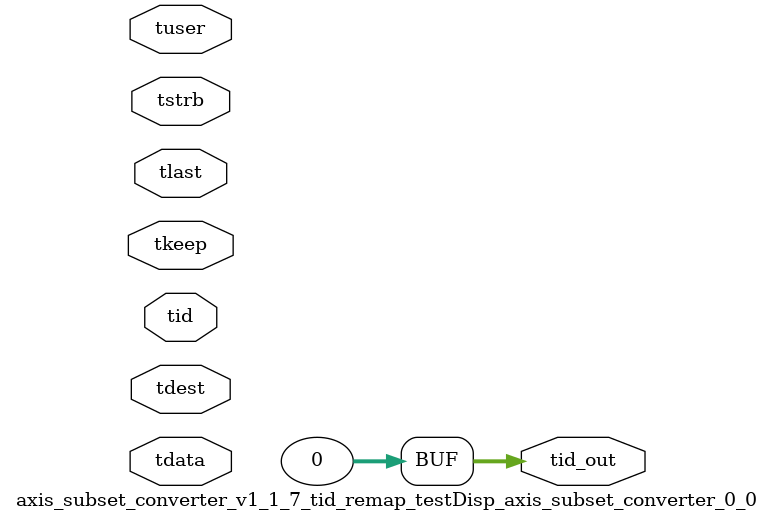
<source format=v>


`timescale 1ps/1ps

module axis_subset_converter_v1_1_7_tid_remap_testDisp_axis_subset_converter_0_0 #
(
parameter C_S_AXIS_TID_WIDTH   = 1,
parameter C_S_AXIS_TUSER_WIDTH = 0,
parameter C_S_AXIS_TDATA_WIDTH = 0,
parameter C_S_AXIS_TDEST_WIDTH = 0,
parameter C_M_AXIS_TID_WIDTH   = 32
)
(
input  [(C_S_AXIS_TID_WIDTH   == 0 ? 1 : C_S_AXIS_TID_WIDTH)-1:0       ] tid,
input  [(C_S_AXIS_TDATA_WIDTH == 0 ? 1 : C_S_AXIS_TDATA_WIDTH)-1:0     ] tdata,
input  [(C_S_AXIS_TUSER_WIDTH == 0 ? 1 : C_S_AXIS_TUSER_WIDTH)-1:0     ] tuser,
input  [(C_S_AXIS_TDEST_WIDTH == 0 ? 1 : C_S_AXIS_TDEST_WIDTH)-1:0     ] tdest,
input  [(C_S_AXIS_TDATA_WIDTH/8)-1:0 ] tkeep,
input  [(C_S_AXIS_TDATA_WIDTH/8)-1:0 ] tstrb,
input                                                                    tlast,
output [(C_M_AXIS_TID_WIDTH   == 0 ? 1 : C_M_AXIS_TID_WIDTH)-1:0       ] tid_out
);

assign tid_out = {1'b0};

endmodule


</source>
